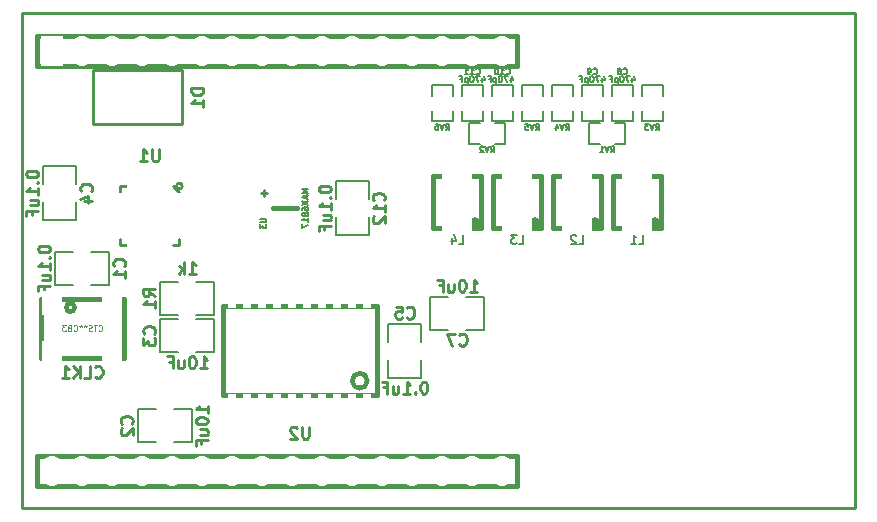
<source format=gbo>
%TF.GenerationSoftware,KiCad,Pcbnew,no-vcs-found-1929727~60~ubuntu16.04.1*%
%TF.CreationDate,2017-10-25T16:01:10-04:00*%
%TF.ProjectId,stepper_controller_3x2,737465707065725F636F6E74726F6C6C,1.1*%
%TF.SameCoordinates,Original*%
%TF.FileFunction,Legend,Bot*%
%TF.FilePolarity,Positive*%
%FSLAX46Y46*%
G04 Gerber Fmt 4.6, Leading zero omitted, Abs format (unit mm)*
G04 Created by KiCad (PCBNEW no-vcs-found-1929727~60~ubuntu16.04.1) date Wed Oct 25 16:01:10 2017*
%MOMM*%
%LPD*%
G01*
G04 APERTURE LIST*
%ADD10C,0.228600*%
%ADD11C,0.381000*%
%ADD12C,0.127000*%
%ADD13C,0.250000*%
%ADD14C,0.254000*%
%ADD15C,0.125000*%
%ADD16C,0.190500*%
%ADD17O,2.032000X3.048000*%
%ADD18C,3.556000*%
%ADD19O,1.854200X2.540000*%
%ADD20R,1.854200X2.540000*%
%ADD21R,1.270000X2.540000*%
%ADD22R,1.800000X2.000000*%
%ADD23R,2.075000X0.325000*%
%ADD24R,0.325000X2.075000*%
%ADD25R,3.475000X3.475000*%
%ADD26R,2.540000X1.270000*%
%ADD27R,5.160000X4.000000*%
%ADD28R,1.640000X1.800000*%
%ADD29C,1.930400*%
%ADD30O,4.572000X3.556000*%
%ADD31O,4.064000X5.080000*%
%ADD32O,5.080000X3.556000*%
%ADD33C,2.540000*%
%ADD34C,2.340000*%
%ADD35O,1.524000X2.540000*%
%ADD36R,0.740000X2.140000*%
%ADD37R,1.600200X0.787400*%
%ADD38R,2.503200X1.853200*%
%ADD39R,0.787400X1.600200*%
%ADD40R,0.762000X1.534160*%
G04 APERTURE END LIST*
D10*
X156210000Y-67945000D02*
X85725000Y-67945000D01*
X156210000Y-109855000D02*
X156210000Y-67945000D01*
X85725000Y-109855000D02*
X156210000Y-109855000D01*
X85725000Y-67945000D02*
X85725000Y-109855000D01*
D11*
%TO.C,MDB1*%
X127635000Y-69850000D02*
X86995000Y-69850000D01*
X127635000Y-72390000D02*
X127635000Y-69850000D01*
X86995000Y-72390000D02*
X127635000Y-72390000D01*
X86995000Y-69850000D02*
X86995000Y-72390000D01*
X127635000Y-105410000D02*
X86995000Y-105410000D01*
X127635000Y-107950000D02*
X127635000Y-105410000D01*
X86995000Y-107950000D02*
X127635000Y-107950000D01*
X86995000Y-105410000D02*
X86995000Y-107950000D01*
D12*
%TO.C,C1*%
X93091000Y-90932000D02*
X91567000Y-90932000D01*
X93091000Y-88138000D02*
X93091000Y-90932000D01*
X91567000Y-88138000D02*
X93091000Y-88138000D01*
X88519000Y-88138000D02*
X90043000Y-88138000D01*
X88519000Y-90932000D02*
X88519000Y-88138000D01*
X90043000Y-90932000D02*
X88519000Y-90932000D01*
%TO.C,C2*%
X100076000Y-104267000D02*
X98552000Y-104267000D01*
X100076000Y-101473000D02*
X100076000Y-104267000D01*
X98552000Y-101473000D02*
X100076000Y-101473000D01*
X95504000Y-101473000D02*
X97028000Y-101473000D01*
X95504000Y-104267000D02*
X95504000Y-101473000D01*
X97028000Y-104267000D02*
X95504000Y-104267000D01*
D11*
%TO.C,CLK1*%
X94305000Y-97115000D02*
X87305000Y-97115000D01*
X94305000Y-92115000D02*
X94305000Y-97115000D01*
X87305000Y-92115000D02*
X94305000Y-92115000D01*
X87305000Y-97115000D02*
X87305000Y-92115000D01*
X90158553Y-92865000D02*
G75*
G03X90158553Y-92865000I-353553J0D01*
G01*
D13*
%TO.C,U1*%
X98520000Y-82590000D02*
X99020000Y-83090000D01*
X99020000Y-87090000D02*
X99020000Y-87590000D01*
X99020000Y-87590000D02*
X98520000Y-87590000D01*
X94020000Y-87090000D02*
X94020000Y-87590000D01*
X94020000Y-87590000D02*
X94520000Y-87590000D01*
X94520000Y-82590000D02*
X94020000Y-82590000D01*
X94020000Y-82590000D02*
X94020000Y-83090000D01*
X99270000Y-82590000D02*
G75*
G03X99270000Y-82590000I-250000J0D01*
G01*
D12*
%TO.C,C4*%
X90297000Y-83947000D02*
X90297000Y-85471000D01*
X90297000Y-85471000D02*
X87503000Y-85471000D01*
X87503000Y-85471000D02*
X87503000Y-83947000D01*
X87503000Y-82423000D02*
X87503000Y-80899000D01*
X87503000Y-80899000D02*
X90297000Y-80899000D01*
X90297000Y-80899000D02*
X90297000Y-82423000D01*
%TO.C,C5*%
X116713000Y-98806000D02*
X116713000Y-97282000D01*
X119507000Y-98806000D02*
X116713000Y-98806000D01*
X119507000Y-97282000D02*
X119507000Y-98806000D01*
X119507000Y-94234000D02*
X119507000Y-95758000D01*
X116713000Y-94234000D02*
X119507000Y-94234000D01*
X116713000Y-95758000D02*
X116713000Y-94234000D01*
D10*
%TO.C,D1*%
X99254000Y-77357000D02*
X99254000Y-72757000D01*
X99254000Y-72757000D02*
X91754000Y-72757000D01*
X91754000Y-72757000D02*
X91754000Y-77357000D01*
X91754000Y-77357000D02*
X99254000Y-77357000D01*
D12*
%TO.C,C3*%
X97409000Y-93853000D02*
X98933000Y-93853000D01*
X97409000Y-96647000D02*
X97409000Y-93853000D01*
X98933000Y-96647000D02*
X97409000Y-96647000D01*
X101981000Y-96647000D02*
X100457000Y-96647000D01*
X101981000Y-93853000D02*
X101981000Y-96647000D01*
X100457000Y-93853000D02*
X101981000Y-93853000D01*
%TO.C,R1*%
X100457000Y-90678000D02*
X101981000Y-90678000D01*
X101981000Y-90678000D02*
X101981000Y-93472000D01*
X101981000Y-93472000D02*
X100457000Y-93472000D01*
X98933000Y-93472000D02*
X97409000Y-93472000D01*
X97409000Y-93472000D02*
X97409000Y-90678000D01*
X97409000Y-90678000D02*
X98933000Y-90678000D01*
D11*
%TO.C,U2*%
X114935000Y-99060000D02*
G75*
G03X114935000Y-99060000I-635000J0D01*
G01*
X115720000Y-100270000D02*
X102720000Y-100270000D01*
X102720000Y-100270000D02*
X102720000Y-92770000D01*
X102720000Y-92770000D02*
X115720000Y-92770000D01*
X115720000Y-92770000D02*
X115720000Y-100270000D01*
D12*
%TO.C,C7*%
X121793000Y-94742000D02*
X120269000Y-94742000D01*
X120269000Y-94742000D02*
X120269000Y-91948000D01*
X120269000Y-91948000D02*
X121793000Y-91948000D01*
X123317000Y-91948000D02*
X124841000Y-91948000D01*
X124841000Y-91948000D02*
X124841000Y-94742000D01*
X124841000Y-94742000D02*
X123317000Y-94742000D01*
%TO.C,C8*%
X135636000Y-74041000D02*
X135636000Y-74930000D01*
X137414000Y-74041000D02*
X135636000Y-74041000D01*
X137414000Y-74930000D02*
X137414000Y-74041000D01*
X135636000Y-77089000D02*
X135636000Y-76200000D01*
X137414000Y-77089000D02*
X135636000Y-77089000D01*
X137414000Y-76200000D02*
X137414000Y-77089000D01*
%TO.C,C9*%
X134874000Y-76200000D02*
X134874000Y-77089000D01*
X134874000Y-77089000D02*
X133096000Y-77089000D01*
X133096000Y-77089000D02*
X133096000Y-76200000D01*
X134874000Y-74930000D02*
X134874000Y-74041000D01*
X134874000Y-74041000D02*
X133096000Y-74041000D01*
X133096000Y-74041000D02*
X133096000Y-74930000D01*
%TO.C,C10*%
X125476000Y-74041000D02*
X125476000Y-74930000D01*
X127254000Y-74041000D02*
X125476000Y-74041000D01*
X127254000Y-74930000D02*
X127254000Y-74041000D01*
X125476000Y-77089000D02*
X125476000Y-76200000D01*
X127254000Y-77089000D02*
X125476000Y-77089000D01*
X127254000Y-76200000D02*
X127254000Y-77089000D01*
%TO.C,C11*%
X124714000Y-76200000D02*
X124714000Y-77089000D01*
X124714000Y-77089000D02*
X122936000Y-77089000D01*
X122936000Y-77089000D02*
X122936000Y-76200000D01*
X124714000Y-74930000D02*
X124714000Y-74041000D01*
X124714000Y-74041000D02*
X122936000Y-74041000D01*
X122936000Y-74041000D02*
X122936000Y-74930000D01*
%TO.C,C12*%
X115062000Y-82169000D02*
X115062000Y-83693000D01*
X112268000Y-82169000D02*
X115062000Y-82169000D01*
X112268000Y-83693000D02*
X112268000Y-82169000D01*
X112268000Y-86741000D02*
X112268000Y-85217000D01*
X115062000Y-86741000D02*
X112268000Y-86741000D01*
X115062000Y-85217000D02*
X115062000Y-86741000D01*
D11*
%TO.C,L1*%
X139518607Y-85647000D02*
G75*
G03X139518607Y-85647000I-223607J0D01*
G01*
X139825000Y-86172000D02*
X139825000Y-81722000D01*
X135765000Y-86172000D02*
X135765000Y-81722000D01*
X135765000Y-81722000D02*
X139825000Y-81722000D01*
X135765000Y-86172000D02*
X139825000Y-86172000D01*
%TO.C,L2*%
X130685000Y-86172000D02*
X134745000Y-86172000D01*
X130685000Y-81722000D02*
X134745000Y-81722000D01*
X130685000Y-86172000D02*
X130685000Y-81722000D01*
X134745000Y-86172000D02*
X134745000Y-81722000D01*
X134438607Y-85647000D02*
G75*
G03X134438607Y-85647000I-223607J0D01*
G01*
%TO.C,L3*%
X125605000Y-86172000D02*
X129665000Y-86172000D01*
X125605000Y-81722000D02*
X129665000Y-81722000D01*
X125605000Y-86172000D02*
X125605000Y-81722000D01*
X129665000Y-86172000D02*
X129665000Y-81722000D01*
X129358607Y-85647000D02*
G75*
G03X129358607Y-85647000I-223607J0D01*
G01*
%TO.C,L4*%
X124278607Y-85647000D02*
G75*
G03X124278607Y-85647000I-223607J0D01*
G01*
X124585000Y-86172000D02*
X124585000Y-81722000D01*
X120525000Y-86172000D02*
X120525000Y-81722000D01*
X120525000Y-81722000D02*
X124585000Y-81722000D01*
X120525000Y-86172000D02*
X124585000Y-86172000D01*
D12*
%TO.C,RV1*%
X133731000Y-78994000D02*
X134620000Y-78994000D01*
X133731000Y-77216000D02*
X133731000Y-78994000D01*
X134620000Y-77216000D02*
X133731000Y-77216000D01*
X136779000Y-78994000D02*
X135890000Y-78994000D01*
X136779000Y-77216000D02*
X136779000Y-78994000D01*
X135890000Y-77216000D02*
X136779000Y-77216000D01*
%TO.C,RV2*%
X125730000Y-77216000D02*
X126619000Y-77216000D01*
X126619000Y-77216000D02*
X126619000Y-78994000D01*
X126619000Y-78994000D02*
X125730000Y-78994000D01*
X124460000Y-77216000D02*
X123571000Y-77216000D01*
X123571000Y-77216000D02*
X123571000Y-78994000D01*
X123571000Y-78994000D02*
X124460000Y-78994000D01*
%TO.C,RV3*%
X138176000Y-74041000D02*
X138176000Y-74930000D01*
X139954000Y-74041000D02*
X138176000Y-74041000D01*
X139954000Y-74930000D02*
X139954000Y-74041000D01*
X138176000Y-77089000D02*
X138176000Y-76200000D01*
X139954000Y-77089000D02*
X138176000Y-77089000D01*
X139954000Y-76200000D02*
X139954000Y-77089000D01*
%TO.C,RV4*%
X132334000Y-76200000D02*
X132334000Y-77089000D01*
X132334000Y-77089000D02*
X130556000Y-77089000D01*
X130556000Y-77089000D02*
X130556000Y-76200000D01*
X132334000Y-74930000D02*
X132334000Y-74041000D01*
X132334000Y-74041000D02*
X130556000Y-74041000D01*
X130556000Y-74041000D02*
X130556000Y-74930000D01*
%TO.C,RV5*%
X128016000Y-74041000D02*
X128016000Y-74930000D01*
X129794000Y-74041000D02*
X128016000Y-74041000D01*
X129794000Y-74930000D02*
X129794000Y-74041000D01*
X128016000Y-77089000D02*
X128016000Y-76200000D01*
X129794000Y-77089000D02*
X128016000Y-77089000D01*
X129794000Y-76200000D02*
X129794000Y-77089000D01*
%TO.C,RV6*%
X122174000Y-76200000D02*
X122174000Y-77089000D01*
X122174000Y-77089000D02*
X120396000Y-77089000D01*
X120396000Y-77089000D02*
X120396000Y-76200000D01*
X122174000Y-74930000D02*
X122174000Y-74041000D01*
X122174000Y-74041000D02*
X120396000Y-74041000D01*
X120396000Y-74041000D02*
X120396000Y-74930000D01*
D11*
%TO.C,U3*%
X106934000Y-84455000D02*
X108966000Y-84455000D01*
D10*
X106172000Y-82931000D02*
X106172000Y-83439000D01*
X105918000Y-83185000D02*
X106426000Y-83185000D01*
%TD*%
%TO.C,C1*%
D14*
X94342857Y-89365666D02*
X94391238Y-89317285D01*
X94439619Y-89172142D01*
X94439619Y-89075380D01*
X94391238Y-88930238D01*
X94294476Y-88833476D01*
X94197714Y-88785095D01*
X94004190Y-88736714D01*
X93859047Y-88736714D01*
X93665523Y-88785095D01*
X93568761Y-88833476D01*
X93472000Y-88930238D01*
X93423619Y-89075380D01*
X93423619Y-89172142D01*
X93472000Y-89317285D01*
X93520380Y-89365666D01*
X94439619Y-90333285D02*
X94439619Y-89752714D01*
X94439619Y-90043000D02*
X93423619Y-90043000D01*
X93568761Y-89946238D01*
X93665523Y-89849476D01*
X93713904Y-89752714D01*
X87073619Y-87865857D02*
X87073619Y-87962619D01*
X87122000Y-88059380D01*
X87170380Y-88107761D01*
X87267142Y-88156142D01*
X87460666Y-88204523D01*
X87702571Y-88204523D01*
X87896095Y-88156142D01*
X87992857Y-88107761D01*
X88041238Y-88059380D01*
X88089619Y-87962619D01*
X88089619Y-87865857D01*
X88041238Y-87769095D01*
X87992857Y-87720714D01*
X87896095Y-87672333D01*
X87702571Y-87623952D01*
X87460666Y-87623952D01*
X87267142Y-87672333D01*
X87170380Y-87720714D01*
X87122000Y-87769095D01*
X87073619Y-87865857D01*
X87992857Y-88639952D02*
X88041238Y-88688333D01*
X88089619Y-88639952D01*
X88041238Y-88591571D01*
X87992857Y-88639952D01*
X88089619Y-88639952D01*
X88089619Y-89655952D02*
X88089619Y-89075380D01*
X88089619Y-89365666D02*
X87073619Y-89365666D01*
X87218761Y-89268904D01*
X87315523Y-89172142D01*
X87363904Y-89075380D01*
X87412285Y-90526809D02*
X88089619Y-90526809D01*
X87412285Y-90091380D02*
X87944476Y-90091380D01*
X88041238Y-90139761D01*
X88089619Y-90236523D01*
X88089619Y-90381666D01*
X88041238Y-90478428D01*
X87992857Y-90526809D01*
X87557428Y-91349285D02*
X87557428Y-91010619D01*
X88089619Y-91010619D02*
X87073619Y-91010619D01*
X87073619Y-91494428D01*
%TO.C,C2*%
X94977857Y-102700666D02*
X95026238Y-102652285D01*
X95074619Y-102507142D01*
X95074619Y-102410380D01*
X95026238Y-102265238D01*
X94929476Y-102168476D01*
X94832714Y-102120095D01*
X94639190Y-102071714D01*
X94494047Y-102071714D01*
X94300523Y-102120095D01*
X94203761Y-102168476D01*
X94107000Y-102265238D01*
X94058619Y-102410380D01*
X94058619Y-102507142D01*
X94107000Y-102652285D01*
X94155380Y-102700666D01*
X94155380Y-103087714D02*
X94107000Y-103136095D01*
X94058619Y-103232857D01*
X94058619Y-103474761D01*
X94107000Y-103571523D01*
X94155380Y-103619904D01*
X94252142Y-103668285D01*
X94348904Y-103668285D01*
X94494047Y-103619904D01*
X95074619Y-103039333D01*
X95074619Y-103668285D01*
X101424619Y-101781428D02*
X101424619Y-101200857D01*
X101424619Y-101491142D02*
X100408619Y-101491142D01*
X100553761Y-101394380D01*
X100650523Y-101297619D01*
X100698904Y-101200857D01*
X100408619Y-102410380D02*
X100408619Y-102507142D01*
X100457000Y-102603904D01*
X100505380Y-102652285D01*
X100602142Y-102700666D01*
X100795666Y-102749047D01*
X101037571Y-102749047D01*
X101231095Y-102700666D01*
X101327857Y-102652285D01*
X101376238Y-102603904D01*
X101424619Y-102507142D01*
X101424619Y-102410380D01*
X101376238Y-102313619D01*
X101327857Y-102265238D01*
X101231095Y-102216857D01*
X101037571Y-102168476D01*
X100795666Y-102168476D01*
X100602142Y-102216857D01*
X100505380Y-102265238D01*
X100457000Y-102313619D01*
X100408619Y-102410380D01*
X100747285Y-103619904D02*
X101424619Y-103619904D01*
X100747285Y-103184476D02*
X101279476Y-103184476D01*
X101376238Y-103232857D01*
X101424619Y-103329619D01*
X101424619Y-103474761D01*
X101376238Y-103571523D01*
X101327857Y-103619904D01*
X100892428Y-104442380D02*
X100892428Y-104103714D01*
X101424619Y-104103714D02*
X100408619Y-104103714D01*
X100408619Y-104587523D01*
%TO.C,CLK1*%
X91893571Y-98727857D02*
X91941952Y-98776238D01*
X92087095Y-98824619D01*
X92183857Y-98824619D01*
X92329000Y-98776238D01*
X92425761Y-98679476D01*
X92474142Y-98582714D01*
X92522523Y-98389190D01*
X92522523Y-98244047D01*
X92474142Y-98050523D01*
X92425761Y-97953761D01*
X92329000Y-97857000D01*
X92183857Y-97808619D01*
X92087095Y-97808619D01*
X91941952Y-97857000D01*
X91893571Y-97905380D01*
X90974333Y-98824619D02*
X91458142Y-98824619D01*
X91458142Y-97808619D01*
X90635666Y-98824619D02*
X90635666Y-97808619D01*
X90055095Y-98824619D02*
X90490523Y-98244047D01*
X90055095Y-97808619D02*
X90635666Y-98389190D01*
X89087476Y-98824619D02*
X89668047Y-98824619D01*
X89377761Y-98824619D02*
X89377761Y-97808619D01*
X89474523Y-97953761D01*
X89571285Y-98050523D01*
X89668047Y-98098904D01*
D15*
X92197857Y-94793571D02*
X92221666Y-94817380D01*
X92293095Y-94841190D01*
X92340714Y-94841190D01*
X92412142Y-94817380D01*
X92459761Y-94769761D01*
X92483571Y-94722142D01*
X92507380Y-94626904D01*
X92507380Y-94555476D01*
X92483571Y-94460238D01*
X92459761Y-94412619D01*
X92412142Y-94365000D01*
X92340714Y-94341190D01*
X92293095Y-94341190D01*
X92221666Y-94365000D01*
X92197857Y-94388809D01*
X92055000Y-94341190D02*
X91769285Y-94341190D01*
X91912142Y-94841190D02*
X91912142Y-94341190D01*
X91626428Y-94817380D02*
X91555000Y-94841190D01*
X91435952Y-94841190D01*
X91388333Y-94817380D01*
X91364523Y-94793571D01*
X91340714Y-94745952D01*
X91340714Y-94698333D01*
X91364523Y-94650714D01*
X91388333Y-94626904D01*
X91435952Y-94603095D01*
X91531190Y-94579285D01*
X91578809Y-94555476D01*
X91602619Y-94531666D01*
X91626428Y-94484047D01*
X91626428Y-94436428D01*
X91602619Y-94388809D01*
X91578809Y-94365000D01*
X91531190Y-94341190D01*
X91412142Y-94341190D01*
X91340714Y-94365000D01*
X91055000Y-94341190D02*
X91055000Y-94460238D01*
X91174047Y-94412619D02*
X91055000Y-94460238D01*
X90935952Y-94412619D01*
X91126428Y-94555476D02*
X91055000Y-94460238D01*
X90983571Y-94555476D01*
X90674047Y-94341190D02*
X90674047Y-94460238D01*
X90793095Y-94412619D02*
X90674047Y-94460238D01*
X90555000Y-94412619D01*
X90745476Y-94555476D02*
X90674047Y-94460238D01*
X90602619Y-94555476D01*
X90078809Y-94793571D02*
X90102619Y-94817380D01*
X90174047Y-94841190D01*
X90221666Y-94841190D01*
X90293095Y-94817380D01*
X90340714Y-94769761D01*
X90364523Y-94722142D01*
X90388333Y-94626904D01*
X90388333Y-94555476D01*
X90364523Y-94460238D01*
X90340714Y-94412619D01*
X90293095Y-94365000D01*
X90221666Y-94341190D01*
X90174047Y-94341190D01*
X90102619Y-94365000D01*
X90078809Y-94388809D01*
X89697857Y-94579285D02*
X89626428Y-94603095D01*
X89602619Y-94626904D01*
X89578809Y-94674523D01*
X89578809Y-94745952D01*
X89602619Y-94793571D01*
X89626428Y-94817380D01*
X89674047Y-94841190D01*
X89864523Y-94841190D01*
X89864523Y-94341190D01*
X89697857Y-94341190D01*
X89650238Y-94365000D01*
X89626428Y-94388809D01*
X89602619Y-94436428D01*
X89602619Y-94484047D01*
X89626428Y-94531666D01*
X89650238Y-94555476D01*
X89697857Y-94579285D01*
X89864523Y-94579285D01*
X89412142Y-94341190D02*
X89102619Y-94341190D01*
X89269285Y-94531666D01*
X89197857Y-94531666D01*
X89150238Y-94555476D01*
X89126428Y-94579285D01*
X89102619Y-94626904D01*
X89102619Y-94745952D01*
X89126428Y-94793571D01*
X89150238Y-94817380D01*
X89197857Y-94841190D01*
X89340714Y-94841190D01*
X89388333Y-94817380D01*
X89412142Y-94793571D01*
%TO.C,U1*%
D14*
X97294095Y-79453619D02*
X97294095Y-80276095D01*
X97245714Y-80372857D01*
X97197333Y-80421238D01*
X97100571Y-80469619D01*
X96907047Y-80469619D01*
X96810285Y-80421238D01*
X96761904Y-80372857D01*
X96713523Y-80276095D01*
X96713523Y-79453619D01*
X95697523Y-80469619D02*
X96278095Y-80469619D01*
X95987809Y-80469619D02*
X95987809Y-79453619D01*
X96084571Y-79598761D01*
X96181333Y-79695523D01*
X96278095Y-79743904D01*
%TO.C,C4*%
X91548857Y-83015666D02*
X91597238Y-82967285D01*
X91645619Y-82822142D01*
X91645619Y-82725380D01*
X91597238Y-82580238D01*
X91500476Y-82483476D01*
X91403714Y-82435095D01*
X91210190Y-82386714D01*
X91065047Y-82386714D01*
X90871523Y-82435095D01*
X90774761Y-82483476D01*
X90678000Y-82580238D01*
X90629619Y-82725380D01*
X90629619Y-82822142D01*
X90678000Y-82967285D01*
X90726380Y-83015666D01*
X90968285Y-83886523D02*
X91645619Y-83886523D01*
X90581238Y-83644619D02*
X91306952Y-83402714D01*
X91306952Y-84031666D01*
X86057619Y-81515857D02*
X86057619Y-81612619D01*
X86106000Y-81709380D01*
X86154380Y-81757761D01*
X86251142Y-81806142D01*
X86444666Y-81854523D01*
X86686571Y-81854523D01*
X86880095Y-81806142D01*
X86976857Y-81757761D01*
X87025238Y-81709380D01*
X87073619Y-81612619D01*
X87073619Y-81515857D01*
X87025238Y-81419095D01*
X86976857Y-81370714D01*
X86880095Y-81322333D01*
X86686571Y-81273952D01*
X86444666Y-81273952D01*
X86251142Y-81322333D01*
X86154380Y-81370714D01*
X86106000Y-81419095D01*
X86057619Y-81515857D01*
X86976857Y-82289952D02*
X87025238Y-82338333D01*
X87073619Y-82289952D01*
X87025238Y-82241571D01*
X86976857Y-82289952D01*
X87073619Y-82289952D01*
X87073619Y-83305952D02*
X87073619Y-82725380D01*
X87073619Y-83015666D02*
X86057619Y-83015666D01*
X86202761Y-82918904D01*
X86299523Y-82822142D01*
X86347904Y-82725380D01*
X86396285Y-84176809D02*
X87073619Y-84176809D01*
X86396285Y-83741380D02*
X86928476Y-83741380D01*
X87025238Y-83789761D01*
X87073619Y-83886523D01*
X87073619Y-84031666D01*
X87025238Y-84128428D01*
X86976857Y-84176809D01*
X86541428Y-84999285D02*
X86541428Y-84660619D01*
X87073619Y-84660619D02*
X86057619Y-84660619D01*
X86057619Y-85144428D01*
%TO.C,C5*%
X118279333Y-93707857D02*
X118327714Y-93756238D01*
X118472857Y-93804619D01*
X118569619Y-93804619D01*
X118714761Y-93756238D01*
X118811523Y-93659476D01*
X118859904Y-93562714D01*
X118908285Y-93369190D01*
X118908285Y-93224047D01*
X118859904Y-93030523D01*
X118811523Y-92933761D01*
X118714761Y-92837000D01*
X118569619Y-92788619D01*
X118472857Y-92788619D01*
X118327714Y-92837000D01*
X118279333Y-92885380D01*
X117360095Y-92788619D02*
X117843904Y-92788619D01*
X117892285Y-93272428D01*
X117843904Y-93224047D01*
X117747142Y-93175666D01*
X117505238Y-93175666D01*
X117408476Y-93224047D01*
X117360095Y-93272428D01*
X117311714Y-93369190D01*
X117311714Y-93611095D01*
X117360095Y-93707857D01*
X117408476Y-93756238D01*
X117505238Y-93804619D01*
X117747142Y-93804619D01*
X117843904Y-93756238D01*
X117892285Y-93707857D01*
X119779142Y-99138619D02*
X119682380Y-99138619D01*
X119585619Y-99187000D01*
X119537238Y-99235380D01*
X119488857Y-99332142D01*
X119440476Y-99525666D01*
X119440476Y-99767571D01*
X119488857Y-99961095D01*
X119537238Y-100057857D01*
X119585619Y-100106238D01*
X119682380Y-100154619D01*
X119779142Y-100154619D01*
X119875904Y-100106238D01*
X119924285Y-100057857D01*
X119972666Y-99961095D01*
X120021047Y-99767571D01*
X120021047Y-99525666D01*
X119972666Y-99332142D01*
X119924285Y-99235380D01*
X119875904Y-99187000D01*
X119779142Y-99138619D01*
X119005047Y-100057857D02*
X118956666Y-100106238D01*
X119005047Y-100154619D01*
X119053428Y-100106238D01*
X119005047Y-100057857D01*
X119005047Y-100154619D01*
X117989047Y-100154619D02*
X118569619Y-100154619D01*
X118279333Y-100154619D02*
X118279333Y-99138619D01*
X118376095Y-99283761D01*
X118472857Y-99380523D01*
X118569619Y-99428904D01*
X117118190Y-99477285D02*
X117118190Y-100154619D01*
X117553619Y-99477285D02*
X117553619Y-100009476D01*
X117505238Y-100106238D01*
X117408476Y-100154619D01*
X117263333Y-100154619D01*
X117166571Y-100106238D01*
X117118190Y-100057857D01*
X116295714Y-99622428D02*
X116634380Y-99622428D01*
X116634380Y-100154619D02*
X116634380Y-99138619D01*
X116150571Y-99138619D01*
%TO.C,D1*%
X101043619Y-74307095D02*
X100027619Y-74307095D01*
X100027619Y-74549000D01*
X100076000Y-74694142D01*
X100172761Y-74790904D01*
X100269523Y-74839285D01*
X100463047Y-74887666D01*
X100608190Y-74887666D01*
X100801714Y-74839285D01*
X100898476Y-74790904D01*
X100995238Y-74694142D01*
X101043619Y-74549000D01*
X101043619Y-74307095D01*
X101043619Y-75855285D02*
X101043619Y-75274714D01*
X101043619Y-75565000D02*
X100027619Y-75565000D01*
X100172761Y-75468238D01*
X100269523Y-75371476D01*
X100317904Y-75274714D01*
%TO.C,C3*%
X96882857Y-95080666D02*
X96931238Y-95032285D01*
X96979619Y-94887142D01*
X96979619Y-94790380D01*
X96931238Y-94645238D01*
X96834476Y-94548476D01*
X96737714Y-94500095D01*
X96544190Y-94451714D01*
X96399047Y-94451714D01*
X96205523Y-94500095D01*
X96108761Y-94548476D01*
X96012000Y-94645238D01*
X95963619Y-94790380D01*
X95963619Y-94887142D01*
X96012000Y-95032285D01*
X96060380Y-95080666D01*
X95963619Y-95419333D02*
X95963619Y-96048285D01*
X96350666Y-95709619D01*
X96350666Y-95854761D01*
X96399047Y-95951523D01*
X96447428Y-95999904D01*
X96544190Y-96048285D01*
X96786095Y-96048285D01*
X96882857Y-95999904D01*
X96931238Y-95951523D01*
X96979619Y-95854761D01*
X96979619Y-95564476D01*
X96931238Y-95467714D01*
X96882857Y-95419333D01*
X100783571Y-97995619D02*
X101364142Y-97995619D01*
X101073857Y-97995619D02*
X101073857Y-96979619D01*
X101170619Y-97124761D01*
X101267380Y-97221523D01*
X101364142Y-97269904D01*
X100154619Y-96979619D02*
X100057857Y-96979619D01*
X99961095Y-97028000D01*
X99912714Y-97076380D01*
X99864333Y-97173142D01*
X99815952Y-97366666D01*
X99815952Y-97608571D01*
X99864333Y-97802095D01*
X99912714Y-97898857D01*
X99961095Y-97947238D01*
X100057857Y-97995619D01*
X100154619Y-97995619D01*
X100251380Y-97947238D01*
X100299761Y-97898857D01*
X100348142Y-97802095D01*
X100396523Y-97608571D01*
X100396523Y-97366666D01*
X100348142Y-97173142D01*
X100299761Y-97076380D01*
X100251380Y-97028000D01*
X100154619Y-96979619D01*
X98945095Y-97318285D02*
X98945095Y-97995619D01*
X99380523Y-97318285D02*
X99380523Y-97850476D01*
X99332142Y-97947238D01*
X99235380Y-97995619D01*
X99090238Y-97995619D01*
X98993476Y-97947238D01*
X98945095Y-97898857D01*
X98122619Y-97463428D02*
X98461285Y-97463428D01*
X98461285Y-97995619D02*
X98461285Y-96979619D01*
X97977476Y-96979619D01*
%TO.C,R1*%
X96979619Y-91905666D02*
X96495809Y-91567000D01*
X96979619Y-91325095D02*
X95963619Y-91325095D01*
X95963619Y-91712142D01*
X96012000Y-91808904D01*
X96060380Y-91857285D01*
X96157142Y-91905666D01*
X96302285Y-91905666D01*
X96399047Y-91857285D01*
X96447428Y-91808904D01*
X96495809Y-91712142D01*
X96495809Y-91325095D01*
X96979619Y-92873285D02*
X96979619Y-92292714D01*
X96979619Y-92583000D02*
X95963619Y-92583000D01*
X96108761Y-92486238D01*
X96205523Y-92389476D01*
X96253904Y-92292714D01*
X99815952Y-89994619D02*
X100396523Y-89994619D01*
X100106238Y-89994619D02*
X100106238Y-88978619D01*
X100203000Y-89123761D01*
X100299761Y-89220523D01*
X100396523Y-89268904D01*
X99380523Y-89994619D02*
X99380523Y-88978619D01*
X99283761Y-89607571D02*
X98993476Y-89994619D01*
X98993476Y-89317285D02*
X99380523Y-89704333D01*
%TO.C,U2*%
X109994095Y-102948619D02*
X109994095Y-103771095D01*
X109945714Y-103867857D01*
X109897333Y-103916238D01*
X109800571Y-103964619D01*
X109607047Y-103964619D01*
X109510285Y-103916238D01*
X109461904Y-103867857D01*
X109413523Y-103771095D01*
X109413523Y-102948619D01*
X108978095Y-103045380D02*
X108929714Y-102997000D01*
X108832952Y-102948619D01*
X108591047Y-102948619D01*
X108494285Y-102997000D01*
X108445904Y-103045380D01*
X108397523Y-103142142D01*
X108397523Y-103238904D01*
X108445904Y-103384047D01*
X109026476Y-103964619D01*
X108397523Y-103964619D01*
%TO.C,C7*%
X122724333Y-95993857D02*
X122772714Y-96042238D01*
X122917857Y-96090619D01*
X123014619Y-96090619D01*
X123159761Y-96042238D01*
X123256523Y-95945476D01*
X123304904Y-95848714D01*
X123353285Y-95655190D01*
X123353285Y-95510047D01*
X123304904Y-95316523D01*
X123256523Y-95219761D01*
X123159761Y-95123000D01*
X123014619Y-95074619D01*
X122917857Y-95074619D01*
X122772714Y-95123000D01*
X122724333Y-95171380D01*
X122385666Y-95074619D02*
X121708333Y-95074619D01*
X122143761Y-96090619D01*
X123643571Y-91518619D02*
X124224142Y-91518619D01*
X123933857Y-91518619D02*
X123933857Y-90502619D01*
X124030619Y-90647761D01*
X124127380Y-90744523D01*
X124224142Y-90792904D01*
X123014619Y-90502619D02*
X122917857Y-90502619D01*
X122821095Y-90551000D01*
X122772714Y-90599380D01*
X122724333Y-90696142D01*
X122675952Y-90889666D01*
X122675952Y-91131571D01*
X122724333Y-91325095D01*
X122772714Y-91421857D01*
X122821095Y-91470238D01*
X122917857Y-91518619D01*
X123014619Y-91518619D01*
X123111380Y-91470238D01*
X123159761Y-91421857D01*
X123208142Y-91325095D01*
X123256523Y-91131571D01*
X123256523Y-90889666D01*
X123208142Y-90696142D01*
X123159761Y-90599380D01*
X123111380Y-90551000D01*
X123014619Y-90502619D01*
X121805095Y-90841285D02*
X121805095Y-91518619D01*
X122240523Y-90841285D02*
X122240523Y-91373476D01*
X122192142Y-91470238D01*
X122095380Y-91518619D01*
X121950238Y-91518619D01*
X121853476Y-91470238D01*
X121805095Y-91421857D01*
X120982619Y-90986428D02*
X121321285Y-90986428D01*
X121321285Y-91518619D02*
X121321285Y-90502619D01*
X120837476Y-90502619D01*
%TO.C,C8*%
D12*
X136609666Y-73079428D02*
X136633857Y-73103619D01*
X136706428Y-73127809D01*
X136754809Y-73127809D01*
X136827380Y-73103619D01*
X136875761Y-73055238D01*
X136899952Y-73006857D01*
X136924142Y-72910095D01*
X136924142Y-72837523D01*
X136899952Y-72740761D01*
X136875761Y-72692380D01*
X136827380Y-72644000D01*
X136754809Y-72619809D01*
X136706428Y-72619809D01*
X136633857Y-72644000D01*
X136609666Y-72668190D01*
X136319380Y-72837523D02*
X136367761Y-72813333D01*
X136391952Y-72789142D01*
X136416142Y-72740761D01*
X136416142Y-72716571D01*
X136391952Y-72668190D01*
X136367761Y-72644000D01*
X136319380Y-72619809D01*
X136222619Y-72619809D01*
X136174238Y-72644000D01*
X136150047Y-72668190D01*
X136125857Y-72716571D01*
X136125857Y-72740761D01*
X136150047Y-72789142D01*
X136174238Y-72813333D01*
X136222619Y-72837523D01*
X136319380Y-72837523D01*
X136367761Y-72861714D01*
X136391952Y-72885904D01*
X136416142Y-72934285D01*
X136416142Y-73031047D01*
X136391952Y-73079428D01*
X136367761Y-73103619D01*
X136319380Y-73127809D01*
X136222619Y-73127809D01*
X136174238Y-73103619D01*
X136150047Y-73079428D01*
X136125857Y-73031047D01*
X136125857Y-72934285D01*
X136150047Y-72885904D01*
X136174238Y-72861714D01*
X136222619Y-72837523D01*
X137359571Y-73424142D02*
X137359571Y-73762809D01*
X137480523Y-73230619D02*
X137601476Y-73593476D01*
X137287000Y-73593476D01*
X137141857Y-73254809D02*
X136803190Y-73254809D01*
X137020904Y-73762809D01*
X136512904Y-73254809D02*
X136464523Y-73254809D01*
X136416142Y-73279000D01*
X136391952Y-73303190D01*
X136367761Y-73351571D01*
X136343571Y-73448333D01*
X136343571Y-73569285D01*
X136367761Y-73666047D01*
X136391952Y-73714428D01*
X136416142Y-73738619D01*
X136464523Y-73762809D01*
X136512904Y-73762809D01*
X136561285Y-73738619D01*
X136585476Y-73714428D01*
X136609666Y-73666047D01*
X136633857Y-73569285D01*
X136633857Y-73448333D01*
X136609666Y-73351571D01*
X136585476Y-73303190D01*
X136561285Y-73279000D01*
X136512904Y-73254809D01*
X136125857Y-73424142D02*
X136125857Y-73932142D01*
X136125857Y-73448333D02*
X136077476Y-73424142D01*
X135980714Y-73424142D01*
X135932333Y-73448333D01*
X135908142Y-73472523D01*
X135883952Y-73520904D01*
X135883952Y-73666047D01*
X135908142Y-73714428D01*
X135932333Y-73738619D01*
X135980714Y-73762809D01*
X136077476Y-73762809D01*
X136125857Y-73738619D01*
X135496904Y-73496714D02*
X135666238Y-73496714D01*
X135666238Y-73762809D02*
X135666238Y-73254809D01*
X135424333Y-73254809D01*
%TO.C,C9*%
X134069666Y-73079428D02*
X134093857Y-73103619D01*
X134166428Y-73127809D01*
X134214809Y-73127809D01*
X134287380Y-73103619D01*
X134335761Y-73055238D01*
X134359952Y-73006857D01*
X134384142Y-72910095D01*
X134384142Y-72837523D01*
X134359952Y-72740761D01*
X134335761Y-72692380D01*
X134287380Y-72644000D01*
X134214809Y-72619809D01*
X134166428Y-72619809D01*
X134093857Y-72644000D01*
X134069666Y-72668190D01*
X133827761Y-73127809D02*
X133731000Y-73127809D01*
X133682619Y-73103619D01*
X133658428Y-73079428D01*
X133610047Y-73006857D01*
X133585857Y-72910095D01*
X133585857Y-72716571D01*
X133610047Y-72668190D01*
X133634238Y-72644000D01*
X133682619Y-72619809D01*
X133779380Y-72619809D01*
X133827761Y-72644000D01*
X133851952Y-72668190D01*
X133876142Y-72716571D01*
X133876142Y-72837523D01*
X133851952Y-72885904D01*
X133827761Y-72910095D01*
X133779380Y-72934285D01*
X133682619Y-72934285D01*
X133634238Y-72910095D01*
X133610047Y-72885904D01*
X133585857Y-72837523D01*
X134819571Y-73424142D02*
X134819571Y-73762809D01*
X134940523Y-73230619D02*
X135061476Y-73593476D01*
X134747000Y-73593476D01*
X134601857Y-73254809D02*
X134263190Y-73254809D01*
X134480904Y-73762809D01*
X133972904Y-73254809D02*
X133924523Y-73254809D01*
X133876142Y-73279000D01*
X133851952Y-73303190D01*
X133827761Y-73351571D01*
X133803571Y-73448333D01*
X133803571Y-73569285D01*
X133827761Y-73666047D01*
X133851952Y-73714428D01*
X133876142Y-73738619D01*
X133924523Y-73762809D01*
X133972904Y-73762809D01*
X134021285Y-73738619D01*
X134045476Y-73714428D01*
X134069666Y-73666047D01*
X134093857Y-73569285D01*
X134093857Y-73448333D01*
X134069666Y-73351571D01*
X134045476Y-73303190D01*
X134021285Y-73279000D01*
X133972904Y-73254809D01*
X133585857Y-73424142D02*
X133585857Y-73932142D01*
X133585857Y-73448333D02*
X133537476Y-73424142D01*
X133440714Y-73424142D01*
X133392333Y-73448333D01*
X133368142Y-73472523D01*
X133343952Y-73520904D01*
X133343952Y-73666047D01*
X133368142Y-73714428D01*
X133392333Y-73738619D01*
X133440714Y-73762809D01*
X133537476Y-73762809D01*
X133585857Y-73738619D01*
X132956904Y-73496714D02*
X133126238Y-73496714D01*
X133126238Y-73762809D02*
X133126238Y-73254809D01*
X132884333Y-73254809D01*
%TO.C,C10*%
X126691571Y-73079428D02*
X126715761Y-73103619D01*
X126788333Y-73127809D01*
X126836714Y-73127809D01*
X126909285Y-73103619D01*
X126957666Y-73055238D01*
X126981857Y-73006857D01*
X127006047Y-72910095D01*
X127006047Y-72837523D01*
X126981857Y-72740761D01*
X126957666Y-72692380D01*
X126909285Y-72644000D01*
X126836714Y-72619809D01*
X126788333Y-72619809D01*
X126715761Y-72644000D01*
X126691571Y-72668190D01*
X126207761Y-73127809D02*
X126498047Y-73127809D01*
X126352904Y-73127809D02*
X126352904Y-72619809D01*
X126401285Y-72692380D01*
X126449666Y-72740761D01*
X126498047Y-72764952D01*
X125893285Y-72619809D02*
X125844904Y-72619809D01*
X125796523Y-72644000D01*
X125772333Y-72668190D01*
X125748142Y-72716571D01*
X125723952Y-72813333D01*
X125723952Y-72934285D01*
X125748142Y-73031047D01*
X125772333Y-73079428D01*
X125796523Y-73103619D01*
X125844904Y-73127809D01*
X125893285Y-73127809D01*
X125941666Y-73103619D01*
X125965857Y-73079428D01*
X125990047Y-73031047D01*
X126014238Y-72934285D01*
X126014238Y-72813333D01*
X125990047Y-72716571D01*
X125965857Y-72668190D01*
X125941666Y-72644000D01*
X125893285Y-72619809D01*
X127072571Y-73424142D02*
X127072571Y-73762809D01*
X127193523Y-73230619D02*
X127314476Y-73593476D01*
X127000000Y-73593476D01*
X126854857Y-73254809D02*
X126516190Y-73254809D01*
X126733904Y-73762809D01*
X126225904Y-73254809D02*
X126177523Y-73254809D01*
X126129142Y-73279000D01*
X126104952Y-73303190D01*
X126080761Y-73351571D01*
X126056571Y-73448333D01*
X126056571Y-73569285D01*
X126080761Y-73666047D01*
X126104952Y-73714428D01*
X126129142Y-73738619D01*
X126177523Y-73762809D01*
X126225904Y-73762809D01*
X126274285Y-73738619D01*
X126298476Y-73714428D01*
X126322666Y-73666047D01*
X126346857Y-73569285D01*
X126346857Y-73448333D01*
X126322666Y-73351571D01*
X126298476Y-73303190D01*
X126274285Y-73279000D01*
X126225904Y-73254809D01*
X125838857Y-73424142D02*
X125838857Y-73932142D01*
X125838857Y-73448333D02*
X125790476Y-73424142D01*
X125693714Y-73424142D01*
X125645333Y-73448333D01*
X125621142Y-73472523D01*
X125596952Y-73520904D01*
X125596952Y-73666047D01*
X125621142Y-73714428D01*
X125645333Y-73738619D01*
X125693714Y-73762809D01*
X125790476Y-73762809D01*
X125838857Y-73738619D01*
X125209904Y-73496714D02*
X125379238Y-73496714D01*
X125379238Y-73762809D02*
X125379238Y-73254809D01*
X125137333Y-73254809D01*
%TO.C,C11*%
X124151571Y-73079428D02*
X124175761Y-73103619D01*
X124248333Y-73127809D01*
X124296714Y-73127809D01*
X124369285Y-73103619D01*
X124417666Y-73055238D01*
X124441857Y-73006857D01*
X124466047Y-72910095D01*
X124466047Y-72837523D01*
X124441857Y-72740761D01*
X124417666Y-72692380D01*
X124369285Y-72644000D01*
X124296714Y-72619809D01*
X124248333Y-72619809D01*
X124175761Y-72644000D01*
X124151571Y-72668190D01*
X123667761Y-73127809D02*
X123958047Y-73127809D01*
X123812904Y-73127809D02*
X123812904Y-72619809D01*
X123861285Y-72692380D01*
X123909666Y-72740761D01*
X123958047Y-72764952D01*
X123183952Y-73127809D02*
X123474238Y-73127809D01*
X123329095Y-73127809D02*
X123329095Y-72619809D01*
X123377476Y-72692380D01*
X123425857Y-72740761D01*
X123474238Y-72764952D01*
X124659571Y-73424142D02*
X124659571Y-73762809D01*
X124780523Y-73230619D02*
X124901476Y-73593476D01*
X124587000Y-73593476D01*
X124441857Y-73254809D02*
X124103190Y-73254809D01*
X124320904Y-73762809D01*
X123812904Y-73254809D02*
X123764523Y-73254809D01*
X123716142Y-73279000D01*
X123691952Y-73303190D01*
X123667761Y-73351571D01*
X123643571Y-73448333D01*
X123643571Y-73569285D01*
X123667761Y-73666047D01*
X123691952Y-73714428D01*
X123716142Y-73738619D01*
X123764523Y-73762809D01*
X123812904Y-73762809D01*
X123861285Y-73738619D01*
X123885476Y-73714428D01*
X123909666Y-73666047D01*
X123933857Y-73569285D01*
X123933857Y-73448333D01*
X123909666Y-73351571D01*
X123885476Y-73303190D01*
X123861285Y-73279000D01*
X123812904Y-73254809D01*
X123425857Y-73424142D02*
X123425857Y-73932142D01*
X123425857Y-73448333D02*
X123377476Y-73424142D01*
X123280714Y-73424142D01*
X123232333Y-73448333D01*
X123208142Y-73472523D01*
X123183952Y-73520904D01*
X123183952Y-73666047D01*
X123208142Y-73714428D01*
X123232333Y-73738619D01*
X123280714Y-73762809D01*
X123377476Y-73762809D01*
X123425857Y-73738619D01*
X122796904Y-73496714D02*
X122966238Y-73496714D01*
X122966238Y-73762809D02*
X122966238Y-73254809D01*
X122724333Y-73254809D01*
%TO.C,C12*%
D14*
X116313857Y-83801857D02*
X116362238Y-83753476D01*
X116410619Y-83608333D01*
X116410619Y-83511571D01*
X116362238Y-83366428D01*
X116265476Y-83269666D01*
X116168714Y-83221285D01*
X115975190Y-83172904D01*
X115830047Y-83172904D01*
X115636523Y-83221285D01*
X115539761Y-83269666D01*
X115443000Y-83366428D01*
X115394619Y-83511571D01*
X115394619Y-83608333D01*
X115443000Y-83753476D01*
X115491380Y-83801857D01*
X116410619Y-84769476D02*
X116410619Y-84188904D01*
X116410619Y-84479190D02*
X115394619Y-84479190D01*
X115539761Y-84382428D01*
X115636523Y-84285666D01*
X115684904Y-84188904D01*
X115491380Y-85156523D02*
X115443000Y-85204904D01*
X115394619Y-85301666D01*
X115394619Y-85543571D01*
X115443000Y-85640333D01*
X115491380Y-85688714D01*
X115588142Y-85737095D01*
X115684904Y-85737095D01*
X115830047Y-85688714D01*
X116410619Y-85108142D01*
X116410619Y-85737095D01*
X110822619Y-82785857D02*
X110822619Y-82882619D01*
X110871000Y-82979380D01*
X110919380Y-83027761D01*
X111016142Y-83076142D01*
X111209666Y-83124523D01*
X111451571Y-83124523D01*
X111645095Y-83076142D01*
X111741857Y-83027761D01*
X111790238Y-82979380D01*
X111838619Y-82882619D01*
X111838619Y-82785857D01*
X111790238Y-82689095D01*
X111741857Y-82640714D01*
X111645095Y-82592333D01*
X111451571Y-82543952D01*
X111209666Y-82543952D01*
X111016142Y-82592333D01*
X110919380Y-82640714D01*
X110871000Y-82689095D01*
X110822619Y-82785857D01*
X111741857Y-83559952D02*
X111790238Y-83608333D01*
X111838619Y-83559952D01*
X111790238Y-83511571D01*
X111741857Y-83559952D01*
X111838619Y-83559952D01*
X111838619Y-84575952D02*
X111838619Y-83995380D01*
X111838619Y-84285666D02*
X110822619Y-84285666D01*
X110967761Y-84188904D01*
X111064523Y-84092142D01*
X111112904Y-83995380D01*
X111161285Y-85446809D02*
X111838619Y-85446809D01*
X111161285Y-85011380D02*
X111693476Y-85011380D01*
X111790238Y-85059761D01*
X111838619Y-85156523D01*
X111838619Y-85301666D01*
X111790238Y-85398428D01*
X111741857Y-85446809D01*
X111306428Y-86269285D02*
X111306428Y-85930619D01*
X111838619Y-85930619D02*
X110822619Y-85930619D01*
X110822619Y-86414428D01*
%TO.C,L1*%
D16*
X137922000Y-87466714D02*
X138284857Y-87466714D01*
X138284857Y-86704714D01*
X137268857Y-87466714D02*
X137704285Y-87466714D01*
X137486571Y-87466714D02*
X137486571Y-86704714D01*
X137559142Y-86813571D01*
X137631714Y-86886142D01*
X137704285Y-86922428D01*
%TO.C,L2*%
X132842000Y-87466714D02*
X133204857Y-87466714D01*
X133204857Y-86704714D01*
X132624285Y-86777285D02*
X132588000Y-86741000D01*
X132515428Y-86704714D01*
X132334000Y-86704714D01*
X132261428Y-86741000D01*
X132225142Y-86777285D01*
X132188857Y-86849857D01*
X132188857Y-86922428D01*
X132225142Y-87031285D01*
X132660571Y-87466714D01*
X132188857Y-87466714D01*
%TO.C,L3*%
X127762000Y-87466714D02*
X128124857Y-87466714D01*
X128124857Y-86704714D01*
X127580571Y-86704714D02*
X127108857Y-86704714D01*
X127362857Y-86995000D01*
X127254000Y-86995000D01*
X127181428Y-87031285D01*
X127145142Y-87067571D01*
X127108857Y-87140142D01*
X127108857Y-87321571D01*
X127145142Y-87394142D01*
X127181428Y-87430428D01*
X127254000Y-87466714D01*
X127471714Y-87466714D01*
X127544285Y-87430428D01*
X127580571Y-87394142D01*
%TO.C,L4*%
X122682000Y-87466714D02*
X123044857Y-87466714D01*
X123044857Y-86704714D01*
X122101428Y-86958714D02*
X122101428Y-87466714D01*
X122282857Y-86668428D02*
X122464285Y-87212714D01*
X121992571Y-87212714D01*
%TO.C,RV1*%
D12*
X135557380Y-79731809D02*
X135726714Y-79489904D01*
X135847666Y-79731809D02*
X135847666Y-79223809D01*
X135654142Y-79223809D01*
X135605761Y-79248000D01*
X135581571Y-79272190D01*
X135557380Y-79320571D01*
X135557380Y-79393142D01*
X135581571Y-79441523D01*
X135605761Y-79465714D01*
X135654142Y-79489904D01*
X135847666Y-79489904D01*
X135412238Y-79223809D02*
X135242904Y-79731809D01*
X135073571Y-79223809D01*
X134638142Y-79731809D02*
X134928428Y-79731809D01*
X134783285Y-79731809D02*
X134783285Y-79223809D01*
X134831666Y-79296380D01*
X134880047Y-79344761D01*
X134928428Y-79368952D01*
%TO.C,RV2*%
X125397380Y-79731809D02*
X125566714Y-79489904D01*
X125687666Y-79731809D02*
X125687666Y-79223809D01*
X125494142Y-79223809D01*
X125445761Y-79248000D01*
X125421571Y-79272190D01*
X125397380Y-79320571D01*
X125397380Y-79393142D01*
X125421571Y-79441523D01*
X125445761Y-79465714D01*
X125494142Y-79489904D01*
X125687666Y-79489904D01*
X125252238Y-79223809D02*
X125082904Y-79731809D01*
X124913571Y-79223809D01*
X124768428Y-79272190D02*
X124744238Y-79248000D01*
X124695857Y-79223809D01*
X124574904Y-79223809D01*
X124526523Y-79248000D01*
X124502333Y-79272190D01*
X124478142Y-79320571D01*
X124478142Y-79368952D01*
X124502333Y-79441523D01*
X124792619Y-79731809D01*
X124478142Y-79731809D01*
%TO.C,RV3*%
X139367380Y-77826809D02*
X139536714Y-77584904D01*
X139657666Y-77826809D02*
X139657666Y-77318809D01*
X139464142Y-77318809D01*
X139415761Y-77343000D01*
X139391571Y-77367190D01*
X139367380Y-77415571D01*
X139367380Y-77488142D01*
X139391571Y-77536523D01*
X139415761Y-77560714D01*
X139464142Y-77584904D01*
X139657666Y-77584904D01*
X139222238Y-77318809D02*
X139052904Y-77826809D01*
X138883571Y-77318809D01*
X138762619Y-77318809D02*
X138448142Y-77318809D01*
X138617476Y-77512333D01*
X138544904Y-77512333D01*
X138496523Y-77536523D01*
X138472333Y-77560714D01*
X138448142Y-77609095D01*
X138448142Y-77730047D01*
X138472333Y-77778428D01*
X138496523Y-77802619D01*
X138544904Y-77826809D01*
X138690047Y-77826809D01*
X138738428Y-77802619D01*
X138762619Y-77778428D01*
%TO.C,RV4*%
X131747380Y-77826809D02*
X131916714Y-77584904D01*
X132037666Y-77826809D02*
X132037666Y-77318809D01*
X131844142Y-77318809D01*
X131795761Y-77343000D01*
X131771571Y-77367190D01*
X131747380Y-77415571D01*
X131747380Y-77488142D01*
X131771571Y-77536523D01*
X131795761Y-77560714D01*
X131844142Y-77584904D01*
X132037666Y-77584904D01*
X131602238Y-77318809D02*
X131432904Y-77826809D01*
X131263571Y-77318809D01*
X130876523Y-77488142D02*
X130876523Y-77826809D01*
X130997476Y-77294619D02*
X131118428Y-77657476D01*
X130803952Y-77657476D01*
%TO.C,RV5*%
X129207380Y-77826809D02*
X129376714Y-77584904D01*
X129497666Y-77826809D02*
X129497666Y-77318809D01*
X129304142Y-77318809D01*
X129255761Y-77343000D01*
X129231571Y-77367190D01*
X129207380Y-77415571D01*
X129207380Y-77488142D01*
X129231571Y-77536523D01*
X129255761Y-77560714D01*
X129304142Y-77584904D01*
X129497666Y-77584904D01*
X129062238Y-77318809D02*
X128892904Y-77826809D01*
X128723571Y-77318809D01*
X128312333Y-77318809D02*
X128554238Y-77318809D01*
X128578428Y-77560714D01*
X128554238Y-77536523D01*
X128505857Y-77512333D01*
X128384904Y-77512333D01*
X128336523Y-77536523D01*
X128312333Y-77560714D01*
X128288142Y-77609095D01*
X128288142Y-77730047D01*
X128312333Y-77778428D01*
X128336523Y-77802619D01*
X128384904Y-77826809D01*
X128505857Y-77826809D01*
X128554238Y-77802619D01*
X128578428Y-77778428D01*
%TO.C,RV6*%
X121587380Y-77826809D02*
X121756714Y-77584904D01*
X121877666Y-77826809D02*
X121877666Y-77318809D01*
X121684142Y-77318809D01*
X121635761Y-77343000D01*
X121611571Y-77367190D01*
X121587380Y-77415571D01*
X121587380Y-77488142D01*
X121611571Y-77536523D01*
X121635761Y-77560714D01*
X121684142Y-77584904D01*
X121877666Y-77584904D01*
X121442238Y-77318809D02*
X121272904Y-77826809D01*
X121103571Y-77318809D01*
X120716523Y-77318809D02*
X120813285Y-77318809D01*
X120861666Y-77343000D01*
X120885857Y-77367190D01*
X120934238Y-77439761D01*
X120958428Y-77536523D01*
X120958428Y-77730047D01*
X120934238Y-77778428D01*
X120910047Y-77802619D01*
X120861666Y-77826809D01*
X120764904Y-77826809D01*
X120716523Y-77802619D01*
X120692333Y-77778428D01*
X120668142Y-77730047D01*
X120668142Y-77609095D01*
X120692333Y-77560714D01*
X120716523Y-77536523D01*
X120764904Y-77512333D01*
X120861666Y-77512333D01*
X120910047Y-77536523D01*
X120934238Y-77560714D01*
X120958428Y-77609095D01*
%TO.C,U3*%
X105893809Y-85337952D02*
X106305047Y-85337952D01*
X106353428Y-85362142D01*
X106377619Y-85386333D01*
X106401809Y-85434714D01*
X106401809Y-85531476D01*
X106377619Y-85579857D01*
X106353428Y-85604047D01*
X106305047Y-85628238D01*
X105893809Y-85628238D01*
X105893809Y-85821761D02*
X105893809Y-86136238D01*
X106087333Y-85966904D01*
X106087333Y-86039476D01*
X106111523Y-86087857D01*
X106135714Y-86112047D01*
X106184095Y-86136238D01*
X106305047Y-86136238D01*
X106353428Y-86112047D01*
X106377619Y-86087857D01*
X106401809Y-86039476D01*
X106401809Y-85894333D01*
X106377619Y-85845952D01*
X106353428Y-85821761D01*
X109957809Y-82858428D02*
X109449809Y-82858428D01*
X109812666Y-83027761D01*
X109449809Y-83197095D01*
X109957809Y-83197095D01*
X109812666Y-83414809D02*
X109812666Y-83656714D01*
X109957809Y-83366428D02*
X109449809Y-83535761D01*
X109957809Y-83705095D01*
X109449809Y-83826047D02*
X109957809Y-84164714D01*
X109449809Y-84164714D02*
X109957809Y-83826047D01*
X109449809Y-84575952D02*
X109449809Y-84479190D01*
X109474000Y-84430809D01*
X109498190Y-84406619D01*
X109570761Y-84358238D01*
X109667523Y-84334047D01*
X109861047Y-84334047D01*
X109909428Y-84358238D01*
X109933619Y-84382428D01*
X109957809Y-84430809D01*
X109957809Y-84527571D01*
X109933619Y-84575952D01*
X109909428Y-84600142D01*
X109861047Y-84624333D01*
X109740095Y-84624333D01*
X109691714Y-84600142D01*
X109667523Y-84575952D01*
X109643333Y-84527571D01*
X109643333Y-84430809D01*
X109667523Y-84382428D01*
X109691714Y-84358238D01*
X109740095Y-84334047D01*
X109667523Y-84914619D02*
X109643333Y-84866238D01*
X109619142Y-84842047D01*
X109570761Y-84817857D01*
X109546571Y-84817857D01*
X109498190Y-84842047D01*
X109474000Y-84866238D01*
X109449809Y-84914619D01*
X109449809Y-85011380D01*
X109474000Y-85059761D01*
X109498190Y-85083952D01*
X109546571Y-85108142D01*
X109570761Y-85108142D01*
X109619142Y-85083952D01*
X109643333Y-85059761D01*
X109667523Y-85011380D01*
X109667523Y-84914619D01*
X109691714Y-84866238D01*
X109715904Y-84842047D01*
X109764285Y-84817857D01*
X109861047Y-84817857D01*
X109909428Y-84842047D01*
X109933619Y-84866238D01*
X109957809Y-84914619D01*
X109957809Y-85011380D01*
X109933619Y-85059761D01*
X109909428Y-85083952D01*
X109861047Y-85108142D01*
X109764285Y-85108142D01*
X109715904Y-85083952D01*
X109691714Y-85059761D01*
X109667523Y-85011380D01*
X109957809Y-85591952D02*
X109957809Y-85301666D01*
X109957809Y-85446809D02*
X109449809Y-85446809D01*
X109522380Y-85398428D01*
X109570761Y-85350047D01*
X109594952Y-85301666D01*
X109449809Y-85761285D02*
X109449809Y-86099952D01*
X109957809Y-85882238D01*
%TD*%
%LPC*%
D17*
%TO.C,SS1*%
X139065000Y-101600000D03*
X136525000Y-101600000D03*
X133985000Y-101600000D03*
X131445000Y-101600000D03*
X128905000Y-101600000D03*
X126365000Y-101600000D03*
X123825000Y-101600000D03*
X121285000Y-101600000D03*
X121285000Y-88900000D03*
X123825000Y-88900000D03*
X126365000Y-88900000D03*
X128905000Y-88900000D03*
X131445000Y-88900000D03*
X133985000Y-88900000D03*
X136525000Y-88900000D03*
X139065000Y-88900000D03*
%TD*%
D18*
%TO.C,MDB1*%
X130175000Y-71120000D03*
X130175000Y-106680000D03*
X89535000Y-101600000D03*
X89535000Y-76200000D03*
D19*
X88265000Y-106680000D03*
X90805000Y-106680000D03*
X93345000Y-106680000D03*
X95885000Y-106680000D03*
X98425000Y-106680000D03*
X100965000Y-106680000D03*
X103505000Y-106680000D03*
X106045000Y-106680000D03*
X108585000Y-106680000D03*
X111125000Y-106680000D03*
X113665000Y-106680000D03*
X116205000Y-106680000D03*
X118745000Y-106680000D03*
X121285000Y-106680000D03*
X123825000Y-106680000D03*
X126365000Y-106680000D03*
X126365000Y-71120000D03*
X123825000Y-71120000D03*
X121285000Y-71120000D03*
X118745000Y-71120000D03*
X116205000Y-71120000D03*
X113665000Y-71120000D03*
X111125000Y-71120000D03*
X108585000Y-71120000D03*
X106045000Y-71120000D03*
X103505000Y-71120000D03*
X100965000Y-71120000D03*
X98425000Y-71120000D03*
X95885000Y-71120000D03*
D20*
X88265000Y-71120000D03*
D19*
X93345000Y-71120000D03*
X90805000Y-71120000D03*
%TD*%
D21*
%TO.C,C1*%
X92329000Y-89535000D03*
X89281000Y-89535000D03*
%TD*%
%TO.C,C2*%
X99314000Y-102870000D03*
X96266000Y-102870000D03*
%TD*%
D22*
%TO.C,CLK1*%
X88265000Y-96715000D03*
X93345000Y-96715000D03*
X93345000Y-92515000D03*
X88265000Y-92515000D03*
%TD*%
D23*
%TO.C,U1*%
X93520000Y-83340000D03*
X93520000Y-83840000D03*
X93520000Y-84340000D03*
X93520000Y-84840000D03*
X93520000Y-85340000D03*
X93520000Y-85840000D03*
X93520000Y-86340000D03*
X93520000Y-86840000D03*
X99520000Y-86840000D03*
X99520000Y-86340000D03*
X99520000Y-85840000D03*
X99520000Y-85340000D03*
X99520000Y-84840000D03*
X99520000Y-84340000D03*
X99520000Y-83840000D03*
X99520000Y-83340000D03*
D24*
X94770000Y-88090000D03*
X95270000Y-88090000D03*
X95770000Y-88090000D03*
X96270000Y-88090000D03*
X96770000Y-88090000D03*
X97270000Y-88090000D03*
X97770000Y-88090000D03*
X98270000Y-88090000D03*
X98270000Y-82090000D03*
X97770000Y-82090000D03*
X97270000Y-82090000D03*
X96770000Y-82090000D03*
X96270000Y-82090000D03*
X95770000Y-82090000D03*
X95270000Y-82090000D03*
X94770000Y-82090000D03*
D25*
X96520000Y-85090000D03*
%TD*%
D26*
%TO.C,C4*%
X88900000Y-84709000D03*
X88900000Y-81661000D03*
%TD*%
%TO.C,C5*%
X118110000Y-98044000D03*
X118110000Y-94996000D03*
%TD*%
D27*
%TO.C,D1*%
X94484000Y-75057000D03*
D28*
X98284000Y-76122000D03*
X98284000Y-73992000D03*
%TD*%
D29*
%TO.C,P1*%
X153212800Y-88900000D03*
D30*
X149707600Y-88900000D03*
D31*
X144221200Y-88900000D03*
D32*
X151206200Y-84404200D03*
X151206200Y-93395800D03*
%TD*%
D33*
%TO.C,T1*%
X132715000Y-80010000D03*
X127635000Y-80010000D03*
X122555000Y-80010000D03*
X137795000Y-80010000D03*
%TD*%
D34*
%TO.C,T2*%
X113665000Y-80010000D03*
X102235000Y-80010000D03*
X106045000Y-80010000D03*
X109855000Y-80010000D03*
%TD*%
D21*
%TO.C,C3*%
X98171000Y-95250000D03*
X101219000Y-95250000D03*
%TD*%
%TO.C,R1*%
X101219000Y-92075000D03*
X98171000Y-92075000D03*
%TD*%
D35*
%TO.C,REG1*%
X99060000Y-99695000D03*
X101600000Y-99695000D03*
X96520000Y-99695000D03*
%TD*%
D36*
%TO.C,U2*%
X114935000Y-91870000D03*
X113665000Y-91870000D03*
X112395000Y-91870000D03*
X111125000Y-91870000D03*
X109855000Y-91870000D03*
X108585000Y-91870000D03*
X107315000Y-91870000D03*
X106045000Y-91870000D03*
X104775000Y-91870000D03*
X103505000Y-91870000D03*
X103505000Y-101170000D03*
X104775000Y-101170000D03*
X106045000Y-101170000D03*
X107315000Y-101170000D03*
X108585000Y-101170000D03*
X109855000Y-101170000D03*
X111125000Y-101170000D03*
X112395000Y-101170000D03*
X113665000Y-101170000D03*
X114935000Y-101170000D03*
%TD*%
D21*
%TO.C,C7*%
X121031000Y-93345000D03*
X124079000Y-93345000D03*
%TD*%
D37*
%TO.C,C8*%
X136525000Y-74523600D03*
X136525000Y-76606400D03*
%TD*%
%TO.C,C9*%
X133985000Y-76606400D03*
X133985000Y-74523600D03*
%TD*%
%TO.C,C10*%
X126365000Y-74523600D03*
X126365000Y-76606400D03*
%TD*%
%TO.C,C11*%
X123825000Y-76606400D03*
X123825000Y-74523600D03*
%TD*%
D26*
%TO.C,C12*%
X113665000Y-82931000D03*
X113665000Y-85979000D03*
%TD*%
D38*
%TO.C,L1*%
X137795000Y-85597000D03*
X137795000Y-82297000D03*
%TD*%
%TO.C,L2*%
X132715000Y-82297000D03*
X132715000Y-85597000D03*
%TD*%
%TO.C,L3*%
X127635000Y-82297000D03*
X127635000Y-85597000D03*
%TD*%
%TO.C,L4*%
X122555000Y-85597000D03*
X122555000Y-82297000D03*
%TD*%
D39*
%TO.C,RV1*%
X134213600Y-78105000D03*
X136296400Y-78105000D03*
%TD*%
%TO.C,RV2*%
X126136400Y-78105000D03*
X124053600Y-78105000D03*
%TD*%
D37*
%TO.C,RV3*%
X139065000Y-74523600D03*
X139065000Y-76606400D03*
%TD*%
%TO.C,RV4*%
X131445000Y-76606400D03*
X131445000Y-74523600D03*
%TD*%
%TO.C,RV5*%
X128905000Y-74523600D03*
X128905000Y-76606400D03*
%TD*%
%TO.C,RV6*%
X121285000Y-76606400D03*
X121285000Y-74523600D03*
%TD*%
D40*
%TO.C,U3*%
X107000040Y-83256120D03*
X107950000Y-83256120D03*
X108899960Y-83256120D03*
X108899960Y-85653880D03*
X107950000Y-85653880D03*
X107000040Y-85653880D03*
%TD*%
M02*

</source>
